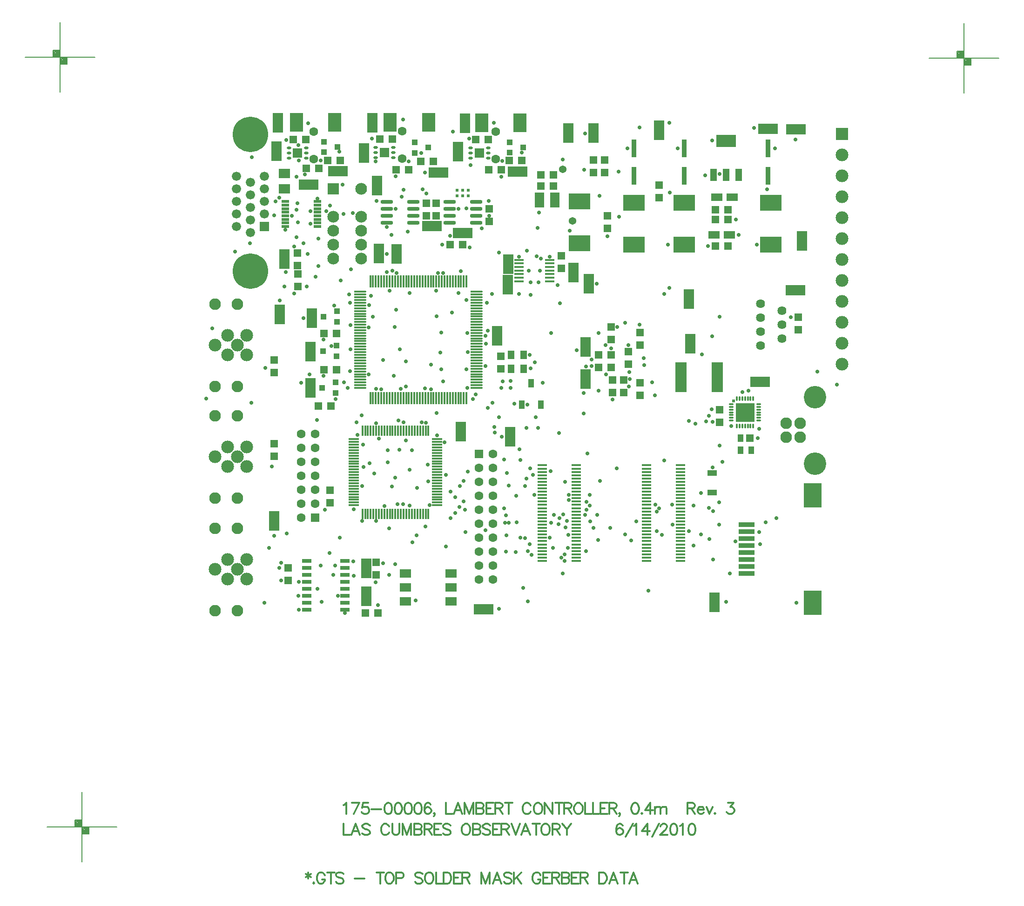
<source format=gts>
%FSLAX23Y23*%
%MOIN*%
G70*
G01*
G75*
G04 Layer_Color=8388736*
%ADD10R,0.037X0.035*%
%ADD11R,0.037X0.035*%
%ADD12R,0.050X0.050*%
%ADD13R,0.075X0.063*%
%ADD14R,0.070X0.135*%
%ADD15R,0.094X0.130*%
%ADD16O,0.028X0.018*%
%ADD17R,0.067X0.067*%
%ADD18R,0.079X0.209*%
%ADD19R,0.067X0.014*%
%ADD20R,0.050X0.015*%
%ADD21R,0.039X0.059*%
%ADD22R,0.035X0.053*%
%ADD23R,0.053X0.053*%
%ADD24O,0.087X0.024*%
%ADD25R,0.050X0.050*%
%ADD26R,0.135X0.070*%
%ADD27R,0.030X0.125*%
%ADD28R,0.078X0.048*%
%ADD29R,0.067X0.040*%
%ADD30R,0.065X0.012*%
%ADD31R,0.065X0.024*%
%ADD32R,0.063X0.106*%
%ADD33R,0.150X0.110*%
%ADD34R,0.125X0.170*%
%ADD35R,0.110X0.030*%
%ADD36O,0.083X0.012*%
%ADD37O,0.012X0.083*%
%ADD38R,0.138X0.085*%
%ADD39R,0.043X0.085*%
%ADD40R,0.043X0.085*%
%ADD41R,0.047X0.055*%
%ADD42O,0.012X0.071*%
%ADD43O,0.071X0.012*%
%ADD44R,0.075X0.059*%
%ADD45R,0.017X0.017*%
%ADD46R,0.134X0.134*%
%ADD47O,0.010X0.035*%
%ADD48O,0.035X0.010*%
%ADD49C,0.010*%
%ADD50C,0.075*%
%ADD51C,0.020*%
%ADD52C,0.040*%
%ADD53C,0.007*%
%ADD54C,0.005*%
%ADD55C,0.012*%
%ADD56C,0.008*%
%ADD57C,0.012*%
%ADD58C,0.012*%
%ADD59C,0.059*%
%ADD60C,0.080*%
%ADD61R,0.080X0.080*%
%ADD62C,0.060*%
%ADD63C,0.020*%
%ADD64R,0.059X0.059*%
%ADD65C,0.157*%
%ADD66C,0.079*%
%ADD67C,0.087*%
%ADD68R,0.087X0.087*%
%ADD69C,0.250*%
%ADD70R,0.062X0.062*%
%ADD71C,0.062*%
%ADD72C,0.030*%
%ADD73C,0.024*%
%ADD74C,0.028*%
%ADD75C,0.050*%
%ADD76C,0.051*%
G04:AMPARAMS|DCode=77|XSize=100mil|YSize=100mil|CornerRadius=0mil|HoleSize=0mil|Usage=FLASHONLY|Rotation=0.000|XOffset=0mil|YOffset=0mil|HoleType=Round|Shape=Relief|Width=10mil|Gap=10mil|Entries=4|*
%AMTHD77*
7,0,0,0.100,0.080,0.010,45*
%
%ADD77THD77*%
%ADD78C,0.044*%
%ADD79C,0.059*%
%ADD80C,0.030*%
%ADD81C,0.055*%
%ADD82C,0.111*%
%ADD83C,0.056*%
%ADD84C,0.147*%
%ADD85C,0.067*%
%ADD86C,0.140*%
%ADD87C,0.055*%
%ADD88C,0.036*%
%ADD89C,0.071*%
%ADD90C,0.130*%
%ADD91C,0.103*%
%ADD92C,0.033*%
G04:AMPARAMS|DCode=93|XSize=70mil|YSize=70mil|CornerRadius=0mil|HoleSize=0mil|Usage=FLASHONLY|Rotation=0.000|XOffset=0mil|YOffset=0mil|HoleType=Round|Shape=Relief|Width=10mil|Gap=10mil|Entries=4|*
%AMTHD93*
7,0,0,0.070,0.050,0.010,45*
%
%ADD93THD93*%
%ADD94C,0.045*%
G04:AMPARAMS|DCode=95|XSize=90mil|YSize=90mil|CornerRadius=0mil|HoleSize=0mil|Usage=FLASHONLY|Rotation=0.000|XOffset=0mil|YOffset=0mil|HoleType=Round|Shape=Relief|Width=10mil|Gap=10mil|Entries=4|*
%AMTHD95*
7,0,0,0.090,0.070,0.010,45*
%
%ADD95THD95*%
G04:AMPARAMS|DCode=96|XSize=95.433mil|YSize=95.433mil|CornerRadius=0mil|HoleSize=0mil|Usage=FLASHONLY|Rotation=0.000|XOffset=0mil|YOffset=0mil|HoleType=Round|Shape=Relief|Width=10mil|Gap=10mil|Entries=4|*
%AMTHD96*
7,0,0,0.095,0.075,0.010,45*
%
%ADD96THD96*%
G04:AMPARAMS|DCode=97|XSize=150.551mil|YSize=150.551mil|CornerRadius=0mil|HoleSize=0mil|Usage=FLASHONLY|Rotation=0.000|XOffset=0mil|YOffset=0mil|HoleType=Round|Shape=Relief|Width=10mil|Gap=10mil|Entries=4|*
%AMTHD97*
7,0,0,0.151,0.131,0.010,45*
%
%ADD97THD97*%
G04:AMPARAMS|DCode=98|XSize=96.221mil|YSize=96.221mil|CornerRadius=0mil|HoleSize=0mil|Usage=FLASHONLY|Rotation=0.000|XOffset=0mil|YOffset=0mil|HoleType=Round|Shape=Relief|Width=10mil|Gap=10mil|Entries=4|*
%AMTHD98*
7,0,0,0.096,0.076,0.010,45*
%
%ADD98THD98*%
G04:AMPARAMS|DCode=99|XSize=107.244mil|YSize=107.244mil|CornerRadius=0mil|HoleSize=0mil|Usage=FLASHONLY|Rotation=0.000|XOffset=0mil|YOffset=0mil|HoleType=Round|Shape=Relief|Width=10mil|Gap=10mil|Entries=4|*
%AMTHD99*
7,0,0,0.107,0.087,0.010,45*
%
%ADD99THD99*%
G04:AMPARAMS|DCode=100|XSize=180mil|YSize=180mil|CornerRadius=0mil|HoleSize=0mil|Usage=FLASHONLY|Rotation=0.000|XOffset=0mil|YOffset=0mil|HoleType=Round|Shape=Relief|Width=10mil|Gap=10mil|Entries=4|*
%AMTHD100*
7,0,0,0.180,0.160,0.010,45*
%
%ADD100THD100*%
G04:AMPARAMS|DCode=101|XSize=95mil|YSize=95mil|CornerRadius=0mil|HoleSize=0mil|Usage=FLASHONLY|Rotation=0.000|XOffset=0mil|YOffset=0mil|HoleType=Round|Shape=Relief|Width=10mil|Gap=10mil|Entries=4|*
%AMTHD101*
7,0,0,0.095,0.075,0.010,45*
%
%ADD101THD101*%
G04:AMPARAMS|DCode=102|XSize=75.748mil|YSize=75.748mil|CornerRadius=0mil|HoleSize=0mil|Usage=FLASHONLY|Rotation=0.000|XOffset=0mil|YOffset=0mil|HoleType=Round|Shape=Relief|Width=10mil|Gap=10mil|Entries=4|*
%AMTHD102*
7,0,0,0.076,0.056,0.010,45*
%
%ADD102THD102*%
G04:AMPARAMS|DCode=103|XSize=111.181mil|YSize=111.181mil|CornerRadius=0mil|HoleSize=0mil|Usage=FLASHONLY|Rotation=0.000|XOffset=0mil|YOffset=0mil|HoleType=Round|Shape=Relief|Width=10mil|Gap=10mil|Entries=4|*
%AMTHD103*
7,0,0,0.111,0.091,0.010,45*
%
%ADD103THD103*%
G04:AMPARAMS|DCode=104|XSize=73mil|YSize=73mil|CornerRadius=0mil|HoleSize=0mil|Usage=FLASHONLY|Rotation=0.000|XOffset=0mil|YOffset=0mil|HoleType=Round|Shape=Relief|Width=10mil|Gap=10mil|Entries=4|*
%AMTHD104*
7,0,0,0.073,0.053,0.010,45*
%
%ADD104THD104*%
G04:AMPARAMS|DCode=105|XSize=85mil|YSize=85mil|CornerRadius=0mil|HoleSize=0mil|Usage=FLASHONLY|Rotation=0.000|XOffset=0mil|YOffset=0mil|HoleType=Round|Shape=Relief|Width=10mil|Gap=10mil|Entries=4|*
%AMTHD105*
7,0,0,0.085,0.065,0.010,45*
%
%ADD105THD105*%
%ADD106O,0.091X0.028*%
%ADD107R,0.048X0.078*%
%ADD108R,0.200X0.040*%
%ADD109R,0.200X0.150*%
%ADD110R,0.106X0.150*%
%ADD111R,0.098X0.268*%
%ADD112R,0.035X0.037*%
%ADD113R,0.035X0.037*%
%ADD114C,0.010*%
%ADD115C,0.010*%
%ADD116C,0.020*%
%ADD117C,0.008*%
%ADD118C,0.024*%
%ADD119C,0.012*%
%ADD120C,0.012*%
%ADD121C,0.007*%
%ADD122R,0.280X0.130*%
%ADD123R,0.041X0.039*%
%ADD124R,0.041X0.039*%
%ADD125R,0.054X0.054*%
%ADD126R,0.079X0.067*%
%ADD127R,0.074X0.139*%
%ADD128R,0.098X0.134*%
%ADD129O,0.032X0.022*%
%ADD130R,0.071X0.071*%
%ADD131R,0.083X0.213*%
%ADD132R,0.071X0.018*%
%ADD133R,0.054X0.019*%
%ADD134R,0.043X0.063*%
%ADD135R,0.039X0.057*%
%ADD136R,0.057X0.057*%
%ADD137O,0.091X0.028*%
%ADD138R,0.054X0.054*%
%ADD139R,0.139X0.074*%
%ADD140R,0.034X0.129*%
%ADD141R,0.082X0.052*%
%ADD142R,0.071X0.044*%
%ADD143R,0.069X0.016*%
%ADD144R,0.069X0.028*%
%ADD145R,0.067X0.110*%
%ADD146R,0.154X0.114*%
%ADD147R,0.129X0.174*%
%ADD148R,0.114X0.034*%
%ADD149O,0.087X0.016*%
%ADD150O,0.016X0.087*%
%ADD151R,0.142X0.089*%
%ADD152R,0.047X0.089*%
%ADD153R,0.047X0.089*%
%ADD154R,0.051X0.059*%
%ADD155O,0.016X0.075*%
%ADD156O,0.075X0.016*%
%ADD157R,0.079X0.063*%
%ADD158R,0.021X0.021*%
%ADD159R,0.138X0.138*%
%ADD160O,0.014X0.039*%
%ADD161O,0.039X0.014*%
%ADD162C,0.063*%
%ADD163C,0.084*%
%ADD164R,0.084X0.084*%
%ADD165C,0.004*%
%ADD166C,0.064*%
%ADD167R,0.063X0.063*%
%ADD168C,0.161*%
%ADD169C,0.083*%
%ADD170R,0.004X0.004*%
%ADD171C,0.091*%
%ADD172R,0.091X0.091*%
%ADD173C,0.254*%
%ADD174R,0.066X0.066*%
%ADD175C,0.066*%
%ADD176C,0.034*%
%ADD177C,0.032*%
%ADD178C,0.054*%
D55*
X20279Y9600D02*
Y9555D01*
X20260Y9589D02*
X20298Y9566D01*
Y9589D02*
X20260Y9566D01*
X20318Y9528D02*
X20315Y9524D01*
X20318Y9520D01*
X20322Y9524D01*
X20318Y9528D01*
X20397Y9581D02*
X20393Y9589D01*
X20385Y9597D01*
X20378Y9600D01*
X20363D01*
X20355Y9597D01*
X20347Y9589D01*
X20344Y9581D01*
X20340Y9570D01*
Y9551D01*
X20344Y9540D01*
X20347Y9532D01*
X20355Y9524D01*
X20363Y9520D01*
X20378D01*
X20385Y9524D01*
X20393Y9532D01*
X20397Y9540D01*
Y9551D01*
X20378D02*
X20397D01*
X20442Y9600D02*
Y9520D01*
X20415Y9600D02*
X20468D01*
X20531Y9589D02*
X20524Y9597D01*
X20512Y9600D01*
X20497D01*
X20486Y9597D01*
X20478Y9589D01*
Y9581D01*
X20482Y9574D01*
X20486Y9570D01*
X20493Y9566D01*
X20516Y9559D01*
X20524Y9555D01*
X20527Y9551D01*
X20531Y9543D01*
Y9532D01*
X20524Y9524D01*
X20512Y9520D01*
X20497D01*
X20486Y9524D01*
X20478Y9532D01*
X20612Y9555D02*
X20681D01*
X20794Y9600D02*
Y9520D01*
X20767Y9600D02*
X20820D01*
X20853D02*
X20845Y9597D01*
X20838Y9589D01*
X20834Y9581D01*
X20830Y9570D01*
Y9551D01*
X20834Y9540D01*
X20838Y9532D01*
X20845Y9524D01*
X20853Y9520D01*
X20868D01*
X20876Y9524D01*
X20883Y9532D01*
X20887Y9540D01*
X20891Y9551D01*
Y9570D01*
X20887Y9581D01*
X20883Y9589D01*
X20876Y9597D01*
X20868Y9600D01*
X20853D01*
X20909Y9559D02*
X20944D01*
X20955Y9562D01*
X20959Y9566D01*
X20963Y9574D01*
Y9585D01*
X20959Y9593D01*
X20955Y9597D01*
X20944Y9600D01*
X20909D01*
Y9520D01*
X21097Y9589D02*
X21089Y9597D01*
X21078Y9600D01*
X21063D01*
X21051Y9597D01*
X21044Y9589D01*
Y9581D01*
X21047Y9574D01*
X21051Y9570D01*
X21059Y9566D01*
X21082Y9559D01*
X21089Y9555D01*
X21093Y9551D01*
X21097Y9543D01*
Y9532D01*
X21089Y9524D01*
X21078Y9520D01*
X21063D01*
X21051Y9524D01*
X21044Y9532D01*
X21138Y9600D02*
X21130Y9597D01*
X21122Y9589D01*
X21119Y9581D01*
X21115Y9570D01*
Y9551D01*
X21119Y9540D01*
X21122Y9532D01*
X21130Y9524D01*
X21138Y9520D01*
X21153D01*
X21160Y9524D01*
X21168Y9532D01*
X21172Y9540D01*
X21176Y9551D01*
Y9570D01*
X21172Y9581D01*
X21168Y9589D01*
X21160Y9597D01*
X21153Y9600D01*
X21138D01*
X21194D02*
Y9520D01*
X21240D01*
X21249Y9600D02*
Y9520D01*
Y9600D02*
X21276D01*
X21287Y9597D01*
X21295Y9589D01*
X21298Y9581D01*
X21302Y9570D01*
Y9551D01*
X21298Y9540D01*
X21295Y9532D01*
X21287Y9524D01*
X21276Y9520D01*
X21249D01*
X21370Y9600D02*
X21320D01*
Y9520D01*
X21370D01*
X21320Y9562D02*
X21351D01*
X21383Y9600D02*
Y9520D01*
Y9600D02*
X21417D01*
X21429Y9597D01*
X21432Y9593D01*
X21436Y9585D01*
Y9578D01*
X21432Y9570D01*
X21429Y9566D01*
X21417Y9562D01*
X21383D01*
X21410D02*
X21436Y9520D01*
X21517Y9600D02*
Y9520D01*
Y9600D02*
X21547Y9520D01*
X21578Y9600D02*
X21547Y9520D01*
X21578Y9600D02*
Y9520D01*
X21662D02*
X21631Y9600D01*
X21601Y9520D01*
X21612Y9547D02*
X21650D01*
X21734Y9589D02*
X21726Y9597D01*
X21715Y9600D01*
X21699D01*
X21688Y9597D01*
X21680Y9589D01*
Y9581D01*
X21684Y9574D01*
X21688Y9570D01*
X21696Y9566D01*
X21718Y9559D01*
X21726Y9555D01*
X21730Y9551D01*
X21734Y9543D01*
Y9532D01*
X21726Y9524D01*
X21715Y9520D01*
X21699D01*
X21688Y9524D01*
X21680Y9532D01*
X21752Y9600D02*
Y9520D01*
X21805Y9600D02*
X21752Y9547D01*
X21771Y9566D02*
X21805Y9520D01*
X21943Y9581D02*
X21939Y9589D01*
X21931Y9597D01*
X21924Y9600D01*
X21909D01*
X21901Y9597D01*
X21893Y9589D01*
X21889Y9581D01*
X21886Y9570D01*
Y9551D01*
X21889Y9540D01*
X21893Y9532D01*
X21901Y9524D01*
X21909Y9520D01*
X21924D01*
X21931Y9524D01*
X21939Y9532D01*
X21943Y9540D01*
Y9551D01*
X21924D02*
X21943D01*
X22011Y9600D02*
X21961D01*
Y9520D01*
X22011D01*
X21961Y9562D02*
X21992D01*
X22024Y9600D02*
Y9520D01*
Y9600D02*
X22058D01*
X22070Y9597D01*
X22073Y9593D01*
X22077Y9585D01*
Y9578D01*
X22073Y9570D01*
X22070Y9566D01*
X22058Y9562D01*
X22024D01*
X22051D02*
X22077Y9520D01*
X22095Y9600D02*
Y9520D01*
Y9600D02*
X22129D01*
X22141Y9597D01*
X22145Y9593D01*
X22148Y9585D01*
Y9578D01*
X22145Y9570D01*
X22141Y9566D01*
X22129Y9562D01*
X22095D02*
X22129D01*
X22141Y9559D01*
X22145Y9555D01*
X22148Y9547D01*
Y9536D01*
X22145Y9528D01*
X22141Y9524D01*
X22129Y9520D01*
X22095D01*
X22216Y9600D02*
X22166D01*
Y9520D01*
X22216D01*
X22166Y9562D02*
X22197D01*
X22229Y9600D02*
Y9520D01*
Y9600D02*
X22263D01*
X22275Y9597D01*
X22279Y9593D01*
X22283Y9585D01*
Y9578D01*
X22279Y9570D01*
X22275Y9566D01*
X22263Y9562D01*
X22229D01*
X22256D02*
X22283Y9520D01*
X22363Y9600D02*
Y9520D01*
Y9600D02*
X22390D01*
X22401Y9597D01*
X22409Y9589D01*
X22413Y9581D01*
X22417Y9570D01*
Y9551D01*
X22413Y9540D01*
X22409Y9532D01*
X22401Y9524D01*
X22390Y9520D01*
X22363D01*
X22495D02*
X22465Y9600D01*
X22434Y9520D01*
X22446Y9547D02*
X22484D01*
X22541Y9600D02*
Y9520D01*
X22514Y9600D02*
X22567D01*
X22638Y9520D02*
X22607Y9600D01*
X22577Y9520D01*
X22588Y9547D02*
X22626D01*
D56*
X24726Y15436D02*
X25226D01*
X24976Y15186D02*
Y15686D01*
X24926Y15486D02*
X24926Y15436D01*
X24926Y15486D02*
X24976Y15486D01*
X25026Y15436D02*
X25026Y15386D01*
X24976Y15386D02*
X25026Y15386D01*
X24981Y15431D02*
X25021D01*
Y15391D02*
Y15431D01*
X24981Y15391D02*
X25021D01*
X24981D02*
Y15431D01*
X24986Y15426D02*
X25016D01*
Y15396D02*
Y15426D01*
X24986Y15396D02*
X25016D01*
X24986D02*
Y15421D01*
X24991D02*
X25011D01*
X25011Y15401D01*
X24991Y15401D02*
X25011Y15401D01*
X24991Y15401D02*
Y15416D01*
X24996Y15416D02*
X25006Y15416D01*
Y15406D02*
Y15416D01*
X24996Y15406D02*
X25006D01*
X24996D02*
X24996Y15416D01*
Y15411D02*
X25006D01*
X24931Y15481D02*
X24971D01*
Y15441D02*
Y15481D01*
X24931Y15441D02*
X24971D01*
X24931D02*
Y15481D01*
X24936Y15476D02*
X24966D01*
Y15446D02*
Y15476D01*
X24936Y15446D02*
X24966D01*
X24936D02*
Y15471D01*
X24941D02*
X24961Y15471D01*
Y15451D02*
Y15471D01*
X24941Y15451D02*
X24961D01*
X24941D02*
Y15466D01*
X24946D02*
X24956D01*
X24956Y15456D02*
X24956Y15466D01*
X24946Y15456D02*
X24956Y15456D01*
X24946Y15456D02*
Y15466D01*
Y15461D02*
X24956D01*
X18250Y15444D02*
X18750D01*
X18500Y15194D02*
Y15694D01*
X18450Y15494D02*
X18450Y15444D01*
X18450Y15494D02*
X18500Y15494D01*
X18550Y15444D02*
X18550Y15394D01*
X18500Y15394D02*
X18550Y15394D01*
X18505Y15439D02*
X18545D01*
Y15399D02*
Y15439D01*
X18505Y15399D02*
X18545D01*
X18505D02*
Y15439D01*
X18510Y15434D02*
X18540D01*
Y15404D02*
Y15434D01*
X18510Y15404D02*
X18540D01*
X18510D02*
Y15429D01*
X18515D02*
X18535D01*
X18535Y15409D01*
X18515Y15409D02*
X18535Y15409D01*
X18515Y15409D02*
Y15424D01*
X18520Y15424D02*
X18530Y15424D01*
Y15414D02*
Y15424D01*
X18520Y15414D02*
X18530D01*
X18520D02*
X18520Y15424D01*
Y15419D02*
X18530D01*
X18455Y15489D02*
X18495D01*
Y15449D02*
Y15489D01*
X18455Y15449D02*
X18495D01*
X18455D02*
Y15489D01*
X18460Y15484D02*
X18490D01*
Y15454D02*
Y15484D01*
X18460Y15454D02*
X18490D01*
X18460D02*
Y15479D01*
X18465D02*
X18485Y15479D01*
Y15459D02*
Y15479D01*
X18465Y15459D02*
X18485D01*
X18465D02*
Y15474D01*
X18470D02*
X18480D01*
X18480Y15464D02*
X18480Y15474D01*
X18470Y15464D02*
X18480Y15464D01*
X18470Y15464D02*
Y15474D01*
Y15469D02*
X18480D01*
X18407Y9927D02*
X18907D01*
X18657Y9677D02*
Y10177D01*
X18607Y9977D02*
X18607Y9927D01*
X18607Y9977D02*
X18657Y9977D01*
X18707Y9927D02*
X18707Y9877D01*
X18657Y9877D02*
X18707Y9877D01*
X18662Y9922D02*
X18702D01*
Y9882D02*
Y9922D01*
X18662Y9882D02*
X18702D01*
X18662D02*
Y9922D01*
X18667Y9917D02*
X18697D01*
Y9887D02*
Y9917D01*
X18667Y9887D02*
X18697D01*
X18667D02*
Y9912D01*
X18672D02*
X18692D01*
X18692Y9892D01*
X18672Y9892D02*
X18692Y9892D01*
X18672Y9892D02*
Y9907D01*
X18677Y9907D02*
X18687Y9907D01*
Y9897D02*
Y9907D01*
X18677Y9897D02*
X18687D01*
X18677D02*
X18677Y9907D01*
Y9902D02*
X18687D01*
X18612Y9972D02*
X18652D01*
Y9932D02*
Y9972D01*
X18612Y9932D02*
X18652D01*
X18612D02*
Y9972D01*
X18617Y9967D02*
X18647D01*
Y9937D02*
Y9967D01*
X18617Y9937D02*
X18647D01*
X18617D02*
Y9962D01*
X18622D02*
X18642Y9962D01*
Y9942D02*
Y9962D01*
X18622Y9942D02*
X18642D01*
X18622D02*
Y9957D01*
X18627D02*
X18637D01*
X18637Y9947D02*
X18637Y9957D01*
X18627Y9947D02*
X18637Y9947D01*
X18627Y9947D02*
Y9957D01*
Y9952D02*
X18637D01*
D57*
X20532Y9948D02*
Y9868D01*
X20578D01*
X20648D02*
X20617Y9948D01*
X20587Y9868D01*
X20598Y9895D02*
X20636D01*
X20720Y9937D02*
X20712Y9944D01*
X20700Y9948D01*
X20685D01*
X20674Y9944D01*
X20666Y9937D01*
Y9929D01*
X20670Y9921D01*
X20674Y9918D01*
X20681Y9914D01*
X20704Y9906D01*
X20712Y9902D01*
X20716Y9899D01*
X20720Y9891D01*
Y9879D01*
X20712Y9872D01*
X20700Y9868D01*
X20685D01*
X20674Y9872D01*
X20666Y9879D01*
X20857Y9929D02*
X20854Y9937D01*
X20846Y9944D01*
X20838Y9948D01*
X20823D01*
X20816Y9944D01*
X20808Y9937D01*
X20804Y9929D01*
X20800Y9918D01*
Y9899D01*
X20804Y9887D01*
X20808Y9879D01*
X20816Y9872D01*
X20823Y9868D01*
X20838D01*
X20846Y9872D01*
X20854Y9879D01*
X20857Y9887D01*
X20880Y9948D02*
Y9891D01*
X20884Y9879D01*
X20891Y9872D01*
X20903Y9868D01*
X20910D01*
X20922Y9872D01*
X20929Y9879D01*
X20933Y9891D01*
Y9948D01*
X20955D02*
Y9868D01*
Y9948D02*
X20986Y9868D01*
X21016Y9948D02*
X20986Y9868D01*
X21016Y9948D02*
Y9868D01*
X21039Y9948D02*
Y9868D01*
Y9948D02*
X21073D01*
X21085Y9944D01*
X21089Y9940D01*
X21092Y9933D01*
Y9925D01*
X21089Y9918D01*
X21085Y9914D01*
X21073Y9910D01*
X21039D02*
X21073D01*
X21085Y9906D01*
X21089Y9902D01*
X21092Y9895D01*
Y9883D01*
X21089Y9876D01*
X21085Y9872D01*
X21073Y9868D01*
X21039D01*
X21110Y9948D02*
Y9868D01*
Y9948D02*
X21145D01*
X21156Y9944D01*
X21160Y9940D01*
X21164Y9933D01*
Y9925D01*
X21160Y9918D01*
X21156Y9914D01*
X21145Y9910D01*
X21110D01*
X21137D02*
X21164Y9868D01*
X21231Y9948D02*
X21182D01*
Y9868D01*
X21231D01*
X21182Y9910D02*
X21212D01*
X21298Y9937D02*
X21290Y9944D01*
X21279Y9948D01*
X21263D01*
X21252Y9944D01*
X21244Y9937D01*
Y9929D01*
X21248Y9921D01*
X21252Y9918D01*
X21260Y9914D01*
X21282Y9906D01*
X21290Y9902D01*
X21294Y9899D01*
X21298Y9891D01*
Y9879D01*
X21290Y9872D01*
X21279Y9868D01*
X21263D01*
X21252Y9872D01*
X21244Y9879D01*
X21401Y9948D02*
X21394Y9944D01*
X21386Y9937D01*
X21382Y9929D01*
X21378Y9918D01*
Y9899D01*
X21382Y9887D01*
X21386Y9879D01*
X21394Y9872D01*
X21401Y9868D01*
X21417D01*
X21424Y9872D01*
X21432Y9879D01*
X21436Y9887D01*
X21439Y9899D01*
Y9918D01*
X21436Y9929D01*
X21432Y9937D01*
X21424Y9944D01*
X21417Y9948D01*
X21401D01*
X21458D02*
Y9868D01*
Y9948D02*
X21492D01*
X21504Y9944D01*
X21508Y9940D01*
X21511Y9933D01*
Y9925D01*
X21508Y9918D01*
X21504Y9914D01*
X21492Y9910D01*
X21458D02*
X21492D01*
X21504Y9906D01*
X21508Y9902D01*
X21511Y9895D01*
Y9883D01*
X21508Y9876D01*
X21504Y9872D01*
X21492Y9868D01*
X21458D01*
X21583Y9937D02*
X21575Y9944D01*
X21564Y9948D01*
X21548D01*
X21537Y9944D01*
X21529Y9937D01*
Y9929D01*
X21533Y9921D01*
X21537Y9918D01*
X21544Y9914D01*
X21567Y9906D01*
X21575Y9902D01*
X21579Y9899D01*
X21583Y9891D01*
Y9879D01*
X21575Y9872D01*
X21564Y9868D01*
X21548D01*
X21537Y9872D01*
X21529Y9879D01*
X21650Y9948D02*
X21600D01*
Y9868D01*
X21650D01*
X21600Y9910D02*
X21631D01*
X21663Y9948D02*
Y9868D01*
Y9948D02*
X21698D01*
X21709Y9944D01*
X21713Y9940D01*
X21717Y9933D01*
Y9925D01*
X21713Y9918D01*
X21709Y9914D01*
X21698Y9910D01*
X21663D01*
X21690D02*
X21717Y9868D01*
X21735Y9948D02*
X21765Y9868D01*
X21795Y9948D02*
X21765Y9868D01*
X21867D02*
X21836Y9948D01*
X21806Y9868D01*
X21817Y9895D02*
X21855D01*
X21912Y9948D02*
Y9868D01*
X21885Y9948D02*
X21939D01*
X21971D02*
X21963Y9944D01*
X21956Y9937D01*
X21952Y9929D01*
X21948Y9918D01*
Y9899D01*
X21952Y9887D01*
X21956Y9879D01*
X21963Y9872D01*
X21971Y9868D01*
X21986D01*
X21994Y9872D01*
X22002Y9879D01*
X22005Y9887D01*
X22009Y9899D01*
Y9918D01*
X22005Y9929D01*
X22002Y9937D01*
X21994Y9944D01*
X21986Y9948D01*
X21971D01*
X22028D02*
Y9868D01*
Y9948D02*
X22062D01*
X22074Y9944D01*
X22077Y9940D01*
X22081Y9933D01*
Y9925D01*
X22077Y9918D01*
X22074Y9914D01*
X22062Y9910D01*
X22028D01*
X22054D02*
X22081Y9868D01*
X22099Y9948D02*
X22130Y9910D01*
Y9868D01*
X22160Y9948D02*
X22130Y9910D01*
X22530Y9937D02*
X22526Y9944D01*
X22515Y9948D01*
X22507D01*
X22496Y9944D01*
X22488Y9933D01*
X22484Y9914D01*
Y9895D01*
X22488Y9879D01*
X22496Y9872D01*
X22507Y9868D01*
X22511D01*
X22523Y9872D01*
X22530Y9879D01*
X22534Y9891D01*
Y9895D01*
X22530Y9906D01*
X22523Y9914D01*
X22511Y9918D01*
X22507D01*
X22496Y9914D01*
X22488Y9906D01*
X22484Y9895D01*
X22552Y9857D02*
X22605Y9948D01*
X22610Y9933D02*
X22618Y9937D01*
X22629Y9948D01*
Y9868D01*
X22707Y9948D02*
X22669Y9895D01*
X22726D01*
X22707Y9948D02*
Y9868D01*
X22740Y9857D02*
X22793Y9948D01*
X22803Y9929D02*
Y9933D01*
X22806Y9940D01*
X22810Y9944D01*
X22818Y9948D01*
X22833D01*
X22841Y9944D01*
X22844Y9940D01*
X22848Y9933D01*
Y9925D01*
X22844Y9918D01*
X22837Y9906D01*
X22799Y9868D01*
X22852D01*
X22893Y9948D02*
X22881Y9944D01*
X22874Y9933D01*
X22870Y9914D01*
Y9902D01*
X22874Y9883D01*
X22881Y9872D01*
X22893Y9868D01*
X22900D01*
X22912Y9872D01*
X22919Y9883D01*
X22923Y9902D01*
Y9914D01*
X22919Y9933D01*
X22912Y9944D01*
X22900Y9948D01*
X22893D01*
X22941Y9933D02*
X22949Y9937D01*
X22960Y9948D01*
Y9868D01*
X23023Y9948D02*
X23011Y9944D01*
X23004Y9933D01*
X23000Y9914D01*
Y9902D01*
X23004Y9883D01*
X23011Y9872D01*
X23023Y9868D01*
X23030D01*
X23042Y9872D01*
X23049Y9883D01*
X23053Y9902D01*
Y9914D01*
X23049Y9933D01*
X23042Y9944D01*
X23030Y9948D01*
X23023D01*
D58*
X20532Y10083D02*
X20540Y10087D01*
X20551Y10098D01*
Y10018D01*
X20644Y10098D02*
X20606Y10018D01*
X20591Y10098D02*
X20644D01*
X20708D02*
X20670D01*
X20666Y10064D01*
X20670Y10068D01*
X20681Y10071D01*
X20692D01*
X20704Y10068D01*
X20712Y10060D01*
X20715Y10049D01*
Y10041D01*
X20712Y10029D01*
X20704Y10022D01*
X20692Y10018D01*
X20681D01*
X20670Y10022D01*
X20666Y10026D01*
X20662Y10033D01*
X20733Y10052D02*
X20802D01*
X20848Y10098D02*
X20837Y10094D01*
X20829Y10083D01*
X20825Y10064D01*
Y10052D01*
X20829Y10033D01*
X20837Y10022D01*
X20848Y10018D01*
X20856D01*
X20867Y10022D01*
X20875Y10033D01*
X20879Y10052D01*
Y10064D01*
X20875Y10083D01*
X20867Y10094D01*
X20856Y10098D01*
X20848D01*
X20919D02*
X20908Y10094D01*
X20900Y10083D01*
X20897Y10064D01*
Y10052D01*
X20900Y10033D01*
X20908Y10022D01*
X20919Y10018D01*
X20927D01*
X20939Y10022D01*
X20946Y10033D01*
X20950Y10052D01*
Y10064D01*
X20946Y10083D01*
X20939Y10094D01*
X20927Y10098D01*
X20919D01*
X20991D02*
X20979Y10094D01*
X20972Y10083D01*
X20968Y10064D01*
Y10052D01*
X20972Y10033D01*
X20979Y10022D01*
X20991Y10018D01*
X20998D01*
X21010Y10022D01*
X21017Y10033D01*
X21021Y10052D01*
Y10064D01*
X21017Y10083D01*
X21010Y10094D01*
X20998Y10098D01*
X20991D01*
X21062D02*
X21050Y10094D01*
X21043Y10083D01*
X21039Y10064D01*
Y10052D01*
X21043Y10033D01*
X21050Y10022D01*
X21062Y10018D01*
X21070D01*
X21081Y10022D01*
X21089Y10033D01*
X21092Y10052D01*
Y10064D01*
X21089Y10083D01*
X21081Y10094D01*
X21070Y10098D01*
X21062D01*
X21156Y10087D02*
X21152Y10094D01*
X21141Y10098D01*
X21133D01*
X21122Y10094D01*
X21114Y10083D01*
X21110Y10064D01*
Y10045D01*
X21114Y10029D01*
X21122Y10022D01*
X21133Y10018D01*
X21137D01*
X21148Y10022D01*
X21156Y10029D01*
X21160Y10041D01*
Y10045D01*
X21156Y10056D01*
X21148Y10064D01*
X21137Y10068D01*
X21133D01*
X21122Y10064D01*
X21114Y10056D01*
X21110Y10045D01*
X21185Y10022D02*
X21181Y10018D01*
X21177Y10022D01*
X21181Y10026D01*
X21185Y10022D01*
Y10014D01*
X21181Y10007D01*
X21177Y10003D01*
X21265Y10098D02*
Y10018D01*
X21311D01*
X21381D02*
X21350Y10098D01*
X21320Y10018D01*
X21331Y10045D02*
X21369D01*
X21399Y10098D02*
Y10018D01*
Y10098D02*
X21430Y10018D01*
X21460Y10098D02*
X21430Y10018D01*
X21460Y10098D02*
Y10018D01*
X21483Y10098D02*
Y10018D01*
Y10098D02*
X21517D01*
X21529Y10094D01*
X21533Y10090D01*
X21536Y10083D01*
Y10075D01*
X21533Y10068D01*
X21529Y10064D01*
X21517Y10060D01*
X21483D02*
X21517D01*
X21529Y10056D01*
X21533Y10052D01*
X21536Y10045D01*
Y10033D01*
X21533Y10026D01*
X21529Y10022D01*
X21517Y10018D01*
X21483D01*
X21604Y10098D02*
X21554D01*
Y10018D01*
X21604D01*
X21554Y10060D02*
X21585D01*
X21617Y10098D02*
Y10018D01*
Y10098D02*
X21652D01*
X21663Y10094D01*
X21667Y10090D01*
X21671Y10083D01*
Y10075D01*
X21667Y10068D01*
X21663Y10064D01*
X21652Y10060D01*
X21617D01*
X21644D02*
X21671Y10018D01*
X21715Y10098D02*
Y10018D01*
X21688Y10098D02*
X21742D01*
X21871Y10079D02*
X21867Y10087D01*
X21860Y10094D01*
X21852Y10098D01*
X21837D01*
X21829Y10094D01*
X21822Y10087D01*
X21818Y10079D01*
X21814Y10068D01*
Y10049D01*
X21818Y10037D01*
X21822Y10029D01*
X21829Y10022D01*
X21837Y10018D01*
X21852D01*
X21860Y10022D01*
X21867Y10029D01*
X21871Y10037D01*
X21917Y10098D02*
X21909Y10094D01*
X21901Y10087D01*
X21898Y10079D01*
X21894Y10068D01*
Y10049D01*
X21898Y10037D01*
X21901Y10029D01*
X21909Y10022D01*
X21917Y10018D01*
X21932D01*
X21939Y10022D01*
X21947Y10029D01*
X21951Y10037D01*
X21955Y10049D01*
Y10068D01*
X21951Y10079D01*
X21947Y10087D01*
X21939Y10094D01*
X21932Y10098D01*
X21917D01*
X21973D02*
Y10018D01*
Y10098D02*
X22027Y10018D01*
Y10098D02*
Y10018D01*
X22075Y10098D02*
Y10018D01*
X22049Y10098D02*
X22102D01*
X22112D02*
Y10018D01*
Y10098D02*
X22146D01*
X22157Y10094D01*
X22161Y10090D01*
X22165Y10083D01*
Y10075D01*
X22161Y10068D01*
X22157Y10064D01*
X22146Y10060D01*
X22112D01*
X22138D02*
X22165Y10018D01*
X22206Y10098D02*
X22198Y10094D01*
X22190Y10087D01*
X22187Y10079D01*
X22183Y10068D01*
Y10049D01*
X22187Y10037D01*
X22190Y10029D01*
X22198Y10022D01*
X22206Y10018D01*
X22221D01*
X22229Y10022D01*
X22236Y10029D01*
X22240Y10037D01*
X22244Y10049D01*
Y10068D01*
X22240Y10079D01*
X22236Y10087D01*
X22229Y10094D01*
X22221Y10098D01*
X22206D01*
X22262D02*
Y10018D01*
X22308D01*
X22317Y10098D02*
Y10018D01*
X22363D01*
X22421Y10098D02*
X22371D01*
Y10018D01*
X22421D01*
X22371Y10060D02*
X22402D01*
X22434Y10098D02*
Y10018D01*
Y10098D02*
X22468D01*
X22480Y10094D01*
X22484Y10090D01*
X22488Y10083D01*
Y10075D01*
X22484Y10068D01*
X22480Y10064D01*
X22468Y10060D01*
X22434D01*
X22461D02*
X22488Y10018D01*
X22513Y10022D02*
X22509Y10018D01*
X22505Y10022D01*
X22509Y10026D01*
X22513Y10022D01*
Y10014D01*
X22509Y10007D01*
X22505Y10003D01*
X22616Y10098D02*
X22605Y10094D01*
X22597Y10083D01*
X22593Y10064D01*
Y10052D01*
X22597Y10033D01*
X22605Y10022D01*
X22616Y10018D01*
X22624D01*
X22635Y10022D01*
X22643Y10033D01*
X22647Y10052D01*
Y10064D01*
X22643Y10083D01*
X22635Y10094D01*
X22624Y10098D01*
X22616D01*
X22668Y10026D02*
X22665Y10022D01*
X22668Y10018D01*
X22672Y10022D01*
X22668Y10026D01*
X22728Y10098D02*
X22690Y10045D01*
X22747D01*
X22728Y10098D02*
Y10018D01*
X22761Y10071D02*
Y10018D01*
Y10056D02*
X22772Y10068D01*
X22780Y10071D01*
X22791D01*
X22799Y10068D01*
X22803Y10056D01*
Y10018D01*
Y10056D02*
X22814Y10068D01*
X22822Y10071D01*
X22833D01*
X22841Y10068D01*
X22845Y10056D01*
Y10018D01*
X22996Y10098D02*
Y10018D01*
Y10098D02*
X23030D01*
X23041Y10094D01*
X23045Y10090D01*
X23049Y10083D01*
Y10075D01*
X23045Y10068D01*
X23041Y10064D01*
X23030Y10060D01*
X22996D01*
X23022D02*
X23049Y10018D01*
X23067Y10049D02*
X23113D01*
Y10056D01*
X23109Y10064D01*
X23105Y10068D01*
X23097Y10071D01*
X23086D01*
X23078Y10068D01*
X23071Y10060D01*
X23067Y10049D01*
Y10041D01*
X23071Y10029D01*
X23078Y10022D01*
X23086Y10018D01*
X23097D01*
X23105Y10022D01*
X23113Y10029D01*
X23130Y10071D02*
X23153Y10018D01*
X23175Y10071D02*
X23153Y10018D01*
X23192Y10026D02*
X23188Y10022D01*
X23192Y10018D01*
X23196Y10022D01*
X23192Y10026D01*
X23284Y10098D02*
X23326D01*
X23303Y10068D01*
X23314D01*
X23322Y10064D01*
X23326Y10060D01*
X23330Y10049D01*
Y10041D01*
X23326Y10029D01*
X23318Y10022D01*
X23307Y10018D01*
X23295D01*
X23284Y10022D01*
X23280Y10026D01*
X23276Y10033D01*
D73*
X21425Y14490D02*
D03*
X21386D02*
D03*
X21346D02*
D03*
Y14451D02*
D03*
X21386D02*
D03*
X21425D02*
D03*
D74*
X20195Y14586D02*
D03*
X20963Y14493D02*
D03*
X21115Y14617D02*
D03*
X21314Y14910D02*
D03*
X21663Y14585D02*
D03*
X21668Y14701D02*
D03*
X21432Y14861D02*
D03*
X21609Y14973D02*
D03*
X21807Y14758D02*
D03*
X21097Y14496D02*
D03*
X21443Y14669D02*
D03*
X20959Y14996D02*
D03*
X20997Y14696D02*
D03*
X21088Y14757D02*
D03*
X20763Y14695D02*
D03*
X20876Y14168D02*
D03*
X20906Y14591D02*
D03*
X20734Y14860D02*
D03*
X20368Y14702D02*
D03*
X20502Y14765D02*
D03*
X20254Y14603D02*
D03*
X20211Y14702D02*
D03*
X20207Y14812D02*
D03*
X20278Y14969D02*
D03*
X20120Y14851D02*
D03*
X19876Y14725D02*
D03*
X22761Y13021D02*
D03*
X23514Y11953D02*
D03*
X23554Y12109D02*
D03*
X20044Y14411D02*
D03*
X20912Y13897D02*
D03*
X22577Y13186D02*
D03*
X20526Y14528D02*
D03*
X20841Y14034D02*
D03*
X20840Y13902D02*
D03*
X20597Y14326D02*
D03*
X20162Y14306D02*
D03*
X20586Y13923D02*
D03*
X20332Y13870D02*
D03*
X20295Y14339D02*
D03*
X20351Y14143D02*
D03*
X20196Y14152D02*
D03*
X20202Y14397D02*
D03*
X20351Y13947D02*
D03*
X20531Y14321D02*
D03*
X20513Y13844D02*
D03*
X20114Y14206D02*
D03*
X20073Y14437D02*
D03*
X20344Y14430D02*
D03*
X20294Y14248D02*
D03*
X20194Y14348D02*
D03*
X20034Y14308D02*
D03*
X20204Y14258D02*
D03*
X20407Y14338D02*
D03*
X20434Y14378D02*
D03*
X20275Y14034D02*
D03*
X21958Y13111D02*
D03*
X20229D02*
D03*
X22032Y11925D02*
D03*
X21765Y11896D02*
D03*
X21847Y12954D02*
D03*
X21925Y12785D02*
D03*
X21755Y12958D02*
D03*
X21790Y12632D02*
D03*
X21665Y12723D02*
D03*
X21566Y13484D02*
D03*
X21614Y12753D02*
D03*
X21611Y12793D02*
D03*
X21728Y13073D02*
D03*
X21727Y13123D02*
D03*
X21670Y13120D02*
D03*
X21244D02*
D03*
X21663Y13073D02*
D03*
X21418D02*
D03*
X20535Y13112D02*
D03*
X21457Y12994D02*
D03*
X20563Y13073D02*
D03*
X21478Y13025D02*
D03*
X21868Y12497D02*
D03*
X21889Y12448D02*
D03*
X21841Y12785D02*
D03*
X21908Y12863D02*
D03*
X21645D02*
D03*
X21872Y13828D02*
D03*
X21208Y13897D02*
D03*
X21245Y13895D02*
D03*
X20458Y11733D02*
D03*
X20431Y11888D02*
D03*
X20086Y11693D02*
D03*
X20472Y11800D02*
D03*
X20369D02*
D03*
X20346Y11633D02*
D03*
X20287Y13168D02*
D03*
X20209Y11582D02*
D03*
X19964Y11533D02*
D03*
X20491Y11583D02*
D03*
X20542Y11458D02*
D03*
X20210Y11483D02*
D03*
X22685Y13236D02*
D03*
X19593Y13498D02*
D03*
X20084Y11819D02*
D03*
X22115Y11833D02*
D03*
X19997Y11926D02*
D03*
X22092Y11855D02*
D03*
X21266Y12449D02*
D03*
Y11936D02*
D03*
X20126Y12030D02*
D03*
X21879Y11877D02*
D03*
X22114Y11879D02*
D03*
X22268Y11904D02*
D03*
X22103Y11743D02*
D03*
X22139Y11925D02*
D03*
X23389Y13042D02*
D03*
X23338Y11973D02*
D03*
X20506Y12000D02*
D03*
X21696Y11899D02*
D03*
X21697Y12016D02*
D03*
X22143Y12021D02*
D03*
X22410Y13169D02*
D03*
X22320Y12069D02*
D03*
X21054Y12017D02*
D03*
X22121Y12074D02*
D03*
X22297Y12115D02*
D03*
X23633Y12139D02*
D03*
X22073Y12097D02*
D03*
X21404Y12040D02*
D03*
X21403Y12199D02*
D03*
X21548Y12052D02*
D03*
X22133Y12121D02*
D03*
X21715Y12374D02*
D03*
Y12107D02*
D03*
X22263Y12164D02*
D03*
X21681Y12558D02*
D03*
X21682Y12209D02*
D03*
X21119Y12080D02*
D03*
X22078Y12140D02*
D03*
X21331Y12289D02*
D03*
X21330Y12175D02*
D03*
X21364Y12369D02*
D03*
X21363Y12219D02*
D03*
X22273Y12257D02*
D03*
X21392Y12407D02*
D03*
Y12259D02*
D03*
X22146Y12270D02*
D03*
X22082Y13680D02*
D03*
X22117Y12399D02*
D03*
X23039Y11943D02*
D03*
Y12229D02*
D03*
X23220Y12092D02*
D03*
Y12254D02*
D03*
X22764Y12235D02*
D03*
X23150Y11991D02*
D03*
X23148Y12212D02*
D03*
X22793Y12211D02*
D03*
X23006Y12047D02*
D03*
X22775Y12185D02*
D03*
X22547Y13540D02*
D03*
Y12022D02*
D03*
X23178Y11844D02*
D03*
X23179Y12188D02*
D03*
X22884Y12235D02*
D03*
X22888Y12093D02*
D03*
X23093Y12319D02*
D03*
Y12022D02*
D03*
X21841Y12422D02*
D03*
X20977Y12696D02*
D03*
X20930Y12628D02*
D03*
X20672Y12665D02*
D03*
X20848Y12538D02*
D03*
X20719Y12533D02*
D03*
X20675Y12506D02*
D03*
X20751Y12460D02*
D03*
X20665Y12370D02*
D03*
X20879Y12365D02*
D03*
X20825Y12226D02*
D03*
X21058Y12355D02*
D03*
X21149Y12232D02*
D03*
X21004Y12485D02*
D03*
X21136Y12524D02*
D03*
X20924Y12839D02*
D03*
X20936Y13349D02*
D03*
X21872Y13212D02*
D03*
X21864Y13311D02*
D03*
X22627Y12116D02*
D03*
X22592Y11979D02*
D03*
X22442Y12071D02*
D03*
X22356Y11984D02*
D03*
X22369Y12405D02*
D03*
X22348Y12164D02*
D03*
X22296Y12305D02*
D03*
X22039Y12164D02*
D03*
X22106Y12165D02*
D03*
X22145Y12305D02*
D03*
X21237Y14099D02*
D03*
X22448Y13357D02*
D03*
X22309Y13275D02*
D03*
X22580Y13135D02*
D03*
X22268Y13227D02*
D03*
X22359Y13053D02*
D03*
X22457Y12989D02*
D03*
X20578Y13193D02*
D03*
X20581Y13348D02*
D03*
X20583Y13524D02*
D03*
X20578Y13683D02*
D03*
X20880Y13913D02*
D03*
X21372Y13908D02*
D03*
X21558Y13683D02*
D03*
X21547Y13445D02*
D03*
X21551Y13388D02*
D03*
X21549Y13230D02*
D03*
X21565Y12928D02*
D03*
X21114Y13070D02*
D03*
X20940Y13066D02*
D03*
X20764D02*
D03*
X20898Y13508D02*
D03*
X20909Y13633D02*
D03*
X20727Y13732D02*
D03*
X21199Y13586D02*
D03*
X21307Y13613D02*
D03*
X21231Y13469D02*
D03*
X21226Y13326D02*
D03*
X21232Y13207D02*
D03*
X21157Y13240D02*
D03*
X20978Y13263D02*
D03*
X20891Y13160D02*
D03*
X20814Y13272D02*
D03*
X20803Y13063D02*
D03*
X20710Y13171D02*
D03*
X20713Y13507D02*
D03*
X20714Y13666D02*
D03*
X20860Y13771D02*
D03*
X21194Y13769D02*
D03*
X21354Y13754D02*
D03*
X21411Y13702D02*
D03*
X21419Y13467D02*
D03*
X21422Y13329D02*
D03*
X21413Y13207D02*
D03*
X21158Y13062D02*
D03*
X20978Y13082D02*
D03*
X21296Y14162D02*
D03*
X20991Y14192D02*
D03*
X21571Y14412D02*
D03*
X21521Y14217D02*
D03*
X21356Y14357D02*
D03*
X20841Y14227D02*
D03*
X23470Y14936D02*
D03*
X23620Y14791D02*
D03*
X23565Y14496D02*
D03*
X23490Y14101D02*
D03*
X23360Y14171D02*
D03*
X23340Y14281D02*
D03*
X23120Y14596D02*
D03*
X22505Y14301D02*
D03*
X23170Y14846D02*
D03*
X23225Y14606D02*
D03*
X23140Y14091D02*
D03*
X22855Y14101D02*
D03*
X22925Y14791D02*
D03*
X22565D02*
D03*
X22256Y14636D02*
D03*
X22420Y14159D02*
D03*
X22365Y14450D02*
D03*
X22502Y14624D02*
D03*
X22260Y14895D02*
D03*
X22150Y14201D02*
D03*
X21930Y14331D02*
D03*
X21920Y14221D02*
D03*
X22100Y14711D02*
D03*
X20600Y11831D02*
D03*
X20213Y11682D02*
D03*
X20777Y11515D02*
D03*
X20763Y11681D02*
D03*
X23734Y13578D02*
D03*
X21696Y12160D02*
D03*
X21702Y12464D02*
D03*
X21298Y12139D02*
D03*
Y12331D02*
D03*
X21770Y12108D02*
D03*
X21769Y12301D02*
D03*
X21687Y12107D02*
D03*
X21798Y11998D02*
D03*
X21026Y11967D02*
D03*
X22017Y12107D02*
D03*
X22016Y12476D02*
D03*
X21420Y12472D02*
D03*
X21833Y11996D02*
D03*
X21832Y12369D02*
D03*
X22009Y11998D02*
D03*
X23430Y13054D02*
D03*
X21865Y11952D02*
D03*
X21819Y11640D02*
D03*
X21852Y11903D02*
D03*
Y11542D02*
D03*
X20900Y11810D02*
D03*
X20902Y12429D02*
D03*
X20859Y11734D02*
D03*
Y12065D02*
D03*
X21897Y12305D02*
D03*
X21844Y14057D02*
D03*
X22017Y13466D02*
D03*
X22359D02*
D03*
X22278Y12603D02*
D03*
X23774Y11533D02*
D03*
X23270Y11540D02*
D03*
X23509Y12038D02*
D03*
X23299Y11743D02*
D03*
X23169Y12918D02*
D03*
X23499Y12713D02*
D03*
X23507Y12781D02*
D03*
X23309Y12798D02*
D03*
X23174Y12828D02*
D03*
X23149Y12873D02*
D03*
X23244Y12543D02*
D03*
X23129Y12833D02*
D03*
X23224Y12658D02*
D03*
X21644Y11488D02*
D03*
X20374Y11538D02*
D03*
X22714Y11618D02*
D03*
X20019Y12508D02*
D03*
X20034Y12013D02*
D03*
X20399Y12198D02*
D03*
X20389Y13158D02*
D03*
X20474Y12993D02*
D03*
X20444Y13373D02*
D03*
X20389Y13418D02*
D03*
X20464Y13663D02*
D03*
X20074Y13698D02*
D03*
X20109Y13798D02*
D03*
X20179Y13748D02*
D03*
X20119Y13903D02*
D03*
X19754Y14048D02*
D03*
X20269Y13798D02*
D03*
X21004Y13753D02*
D03*
X20949Y14443D02*
D03*
X21644Y14043D02*
D03*
X23174Y12503D02*
D03*
X21254Y12683D02*
D03*
X20764Y12818D02*
D03*
X21139Y12403D02*
D03*
X21004Y12228D02*
D03*
X20919Y12238D02*
D03*
X20664Y12118D02*
D03*
X23099Y13313D02*
D03*
X22682Y13286D02*
D03*
X22574Y13083D02*
D03*
X22409Y13378D02*
D03*
X22074Y12749D02*
D03*
X22344Y13818D02*
D03*
X21929Y13828D02*
D03*
X21939Y13913D02*
D03*
X21859Y13913D02*
D03*
X21789Y14013D02*
D03*
X23769Y14853D02*
D03*
X21200Y12733D02*
D03*
X21199Y12893D02*
D03*
X23005Y12835D02*
D03*
X23170Y13444D02*
D03*
X21120Y12824D02*
D03*
X23051Y12815D02*
D03*
X23226Y13583D02*
D03*
X20958Y12241D02*
D03*
X21090Y12826D02*
D03*
X20963D02*
D03*
X20663Y12877D02*
D03*
X20785Y12711D02*
D03*
X20632Y12737D02*
D03*
X20767Y14413D02*
D03*
X20625Y12825D02*
D03*
X20572Y13742D02*
D03*
X22252Y12890D02*
D03*
Y13036D02*
D03*
X20343Y12842D02*
D03*
X20605Y12204D02*
D03*
Y11726D02*
D03*
X20765Y12118D02*
D03*
X20816Y11817D02*
D03*
X21599Y12966D02*
D03*
X19872D02*
D03*
X24065Y13095D02*
D03*
X23924Y13188D02*
D03*
X21902Y13255D02*
D03*
X19973Y13215D02*
D03*
X22307Y13229D02*
D03*
X22866Y13790D02*
D03*
X22740Y13112D02*
D03*
X22573Y13380D02*
D03*
X22200Y13342D02*
D03*
X20740Y13583D02*
D03*
X22491Y13508D02*
D03*
X22653Y13527D02*
D03*
Y14938D02*
D03*
X22866Y14974D02*
D03*
X21436Y14079D02*
D03*
X21411Y14360D02*
D03*
X21575Y14306D02*
D03*
X20904Y14356D02*
D03*
X21124Y14465D02*
D03*
X19547Y12995D02*
D03*
X19861Y14110D02*
D03*
X20245D02*
D03*
X20244Y13572D02*
D03*
X22867Y14474D02*
D03*
X22828Y12554D02*
D03*
X22488Y12495D02*
D03*
X21799Y12555D02*
D03*
X21789Y13746D02*
D03*
X22829D02*
D03*
X21872Y13739D02*
D03*
X21595Y13746D02*
D03*
X20178Y14085D02*
D03*
X21914Y14017D02*
D03*
X22066Y13811D02*
D03*
X21944Y13999D02*
D03*
X21047Y11548D02*
D03*
X22776Y12046D02*
D03*
X22812Y12021D02*
D03*
X21021Y12626D02*
D03*
X20847Y12627D02*
D03*
X22272Y12201D02*
D03*
X22294Y12228D02*
D03*
X20070Y11783D02*
D03*
X22007Y14012D02*
D03*
D123*
X21819Y14796D02*
D03*
X21720Y14833D02*
D03*
X20488Y14800D02*
D03*
X20390Y14837D02*
D03*
X20387Y13584D02*
D03*
X20485Y13547D02*
D03*
X21139Y14795D02*
D03*
X21040Y14832D02*
D03*
X20385Y13337D02*
D03*
X20483Y13300D02*
D03*
X20377Y13074D02*
D03*
X20475Y13037D02*
D03*
D124*
X21720Y14759D02*
D03*
X20390Y14763D02*
D03*
X20485Y13622D02*
D03*
X21040Y14757D02*
D03*
X20483Y13375D02*
D03*
X20475Y13112D02*
D03*
D125*
X20264Y14646D02*
D03*
X20354D02*
D03*
X21478Y14853D02*
D03*
X21568D02*
D03*
X21661Y14635D02*
D03*
X21571D02*
D03*
X20997Y14637D02*
D03*
X20907D02*
D03*
X20793Y14856D02*
D03*
X20883D02*
D03*
X20171Y14853D02*
D03*
X20261D02*
D03*
X21084Y14696D02*
D03*
X21174D02*
D03*
X20351Y12944D02*
D03*
X20441D02*
D03*
X20391Y13204D02*
D03*
X20481D02*
D03*
X20391Y13464D02*
D03*
X20481D02*
D03*
X23285Y14091D02*
D03*
X23195D02*
D03*
Y14351D02*
D03*
X23285D02*
D03*
X23195Y14281D02*
D03*
X23285D02*
D03*
X22035Y14521D02*
D03*
X21945D02*
D03*
X22035Y14601D02*
D03*
X21945D02*
D03*
X20689Y11458D02*
D03*
X20779D02*
D03*
X20418Y14702D02*
D03*
X20508D02*
D03*
X21717D02*
D03*
X21807D02*
D03*
X21384Y14098D02*
D03*
X21294D02*
D03*
D126*
X20107Y14608D02*
D03*
Y14498D02*
D03*
D127*
X20053Y14768D02*
D03*
X21726Y12723D02*
D03*
X21630Y13447D02*
D03*
X20296Y13074D02*
D03*
X20306Y13574D02*
D03*
X20296Y13334D02*
D03*
X22178Y13900D02*
D03*
X20786Y14036D02*
D03*
X20911Y14034D02*
D03*
X20035Y12119D02*
D03*
X22289Y13820D02*
D03*
X23187Y11537D02*
D03*
X23004Y13709D02*
D03*
X23015Y13388D02*
D03*
X20694Y11778D02*
D03*
X22140Y14901D02*
D03*
X22320D02*
D03*
X20694Y11578D02*
D03*
X22264Y13136D02*
D03*
Y13366D02*
D03*
X20061Y14973D02*
D03*
X20739Y14972D02*
D03*
X21400Y14969D02*
D03*
X21352Y14765D02*
D03*
X20107Y13995D02*
D03*
X21708Y13814D02*
D03*
X21710Y13960D02*
D03*
X21371Y12759D02*
D03*
X20679Y14757D02*
D03*
X20772Y14522D02*
D03*
X22790Y14921D02*
D03*
X23815Y14126D02*
D03*
X20075Y13601D02*
D03*
D128*
X21523Y14973D02*
D03*
X21796D02*
D03*
X20866Y14976D02*
D03*
X21140D02*
D03*
X20469Y14977D02*
D03*
X20196D02*
D03*
D129*
X20140Y14794D02*
D03*
Y14757D02*
D03*
Y14719D02*
D03*
X20266D02*
D03*
Y14757D02*
D03*
Y14794D02*
D03*
X20763Y14797D02*
D03*
Y14759D02*
D03*
Y14722D02*
D03*
X20889D02*
D03*
Y14759D02*
D03*
Y14797D02*
D03*
X21443Y14794D02*
D03*
Y14757D02*
D03*
Y14719D02*
D03*
X21569D02*
D03*
Y14757D02*
D03*
Y14794D02*
D03*
D130*
X20203Y14757D02*
D03*
X20826Y14759D02*
D03*
X21506Y14757D02*
D03*
D131*
X22947Y13151D02*
D03*
X23207D02*
D03*
D132*
X21954Y12518D02*
D03*
Y12494D02*
D03*
Y12471D02*
D03*
Y12447D02*
D03*
Y12423D02*
D03*
Y12400D02*
D03*
Y12376D02*
D03*
Y12353D02*
D03*
Y12329D02*
D03*
Y12305D02*
D03*
Y12282D02*
D03*
Y12258D02*
D03*
Y12235D02*
D03*
Y12211D02*
D03*
Y12187D02*
D03*
Y12164D02*
D03*
Y12140D02*
D03*
Y12116D02*
D03*
Y12093D02*
D03*
Y12069D02*
D03*
Y12046D02*
D03*
Y12022D02*
D03*
Y11998D02*
D03*
Y11975D02*
D03*
Y11951D02*
D03*
Y11927D02*
D03*
Y11904D02*
D03*
Y11880D02*
D03*
Y11857D02*
D03*
Y11833D02*
D03*
X22198D02*
D03*
Y11857D02*
D03*
Y11880D02*
D03*
Y11904D02*
D03*
Y11927D02*
D03*
Y11951D02*
D03*
Y11975D02*
D03*
Y11998D02*
D03*
Y12022D02*
D03*
Y12046D02*
D03*
Y12069D02*
D03*
Y12093D02*
D03*
Y12116D02*
D03*
Y12140D02*
D03*
Y12164D02*
D03*
Y12187D02*
D03*
Y12211D02*
D03*
Y12235D02*
D03*
Y12258D02*
D03*
Y12282D02*
D03*
Y12305D02*
D03*
Y12329D02*
D03*
Y12353D02*
D03*
Y12376D02*
D03*
Y12400D02*
D03*
Y12423D02*
D03*
Y12447D02*
D03*
Y12471D02*
D03*
Y12494D02*
D03*
Y12518D02*
D03*
X22702Y11833D02*
D03*
X22946Y12518D02*
D03*
Y12494D02*
D03*
Y12471D02*
D03*
Y12447D02*
D03*
Y12423D02*
D03*
Y12400D02*
D03*
Y12376D02*
D03*
Y12353D02*
D03*
Y12329D02*
D03*
Y12305D02*
D03*
Y12282D02*
D03*
Y12258D02*
D03*
Y12235D02*
D03*
Y12211D02*
D03*
Y12187D02*
D03*
Y12164D02*
D03*
Y12140D02*
D03*
Y12116D02*
D03*
Y12093D02*
D03*
Y12069D02*
D03*
Y12046D02*
D03*
Y12022D02*
D03*
Y11998D02*
D03*
Y11975D02*
D03*
Y11951D02*
D03*
Y11927D02*
D03*
Y11904D02*
D03*
Y11880D02*
D03*
Y11857D02*
D03*
Y11833D02*
D03*
X22702Y11857D02*
D03*
Y11880D02*
D03*
Y11904D02*
D03*
Y11927D02*
D03*
Y11951D02*
D03*
Y11975D02*
D03*
Y11998D02*
D03*
Y12022D02*
D03*
Y12046D02*
D03*
Y12069D02*
D03*
Y12093D02*
D03*
Y12116D02*
D03*
Y12140D02*
D03*
Y12164D02*
D03*
Y12187D02*
D03*
Y12211D02*
D03*
Y12235D02*
D03*
Y12258D02*
D03*
Y12282D02*
D03*
Y12305D02*
D03*
Y12329D02*
D03*
Y12353D02*
D03*
Y12376D02*
D03*
Y12400D02*
D03*
Y12423D02*
D03*
Y12447D02*
D03*
Y12471D02*
D03*
Y12494D02*
D03*
Y12518D02*
D03*
D133*
X20114Y14408D02*
D03*
Y14383D02*
D03*
Y14357D02*
D03*
Y14332D02*
D03*
Y14306D02*
D03*
Y14281D02*
D03*
Y14255D02*
D03*
Y14229D02*
D03*
X20344Y14408D02*
D03*
Y14383D02*
D03*
Y14357D02*
D03*
Y14332D02*
D03*
Y14306D02*
D03*
Y14281D02*
D03*
Y14255D02*
D03*
Y14229D02*
D03*
D134*
X21945Y12954D02*
D03*
X21876Y13107D02*
D03*
X21807Y12954D02*
D03*
D135*
X23376Y12714D02*
D03*
Y12627D02*
D03*
X23451D02*
D03*
D136*
X23443Y12714D02*
D03*
D137*
X21030Y14257D02*
D03*
Y14307D02*
D03*
Y14357D02*
D03*
Y14407D02*
D03*
X20841Y14257D02*
D03*
Y14307D02*
D03*
Y14357D02*
D03*
Y14407D02*
D03*
X21480Y14257D02*
D03*
Y14307D02*
D03*
Y14357D02*
D03*
Y14407D02*
D03*
X21291Y14257D02*
D03*
Y14307D02*
D03*
Y14357D02*
D03*
Y14407D02*
D03*
D138*
X21576Y14357D02*
D03*
Y14267D02*
D03*
X21196Y14307D02*
D03*
Y14397D02*
D03*
X21126D02*
D03*
Y14307D02*
D03*
X22420Y14306D02*
D03*
Y14216D02*
D03*
X23789Y13580D02*
D03*
Y13490D02*
D03*
X20034Y13183D02*
D03*
Y13273D02*
D03*
X22320Y14616D02*
D03*
Y14706D02*
D03*
X20764Y11823D02*
D03*
Y11733D02*
D03*
X22458Y13128D02*
D03*
Y13038D02*
D03*
X23226Y12917D02*
D03*
Y12827D02*
D03*
X22790Y14436D02*
D03*
Y14526D02*
D03*
X22400Y14706D02*
D03*
Y14616D02*
D03*
X20205Y13800D02*
D03*
Y13890D02*
D03*
X22448Y13308D02*
D03*
Y13218D02*
D03*
X22538Y13038D02*
D03*
Y13128D02*
D03*
X22654Y13381D02*
D03*
Y13471D02*
D03*
X22570Y13243D02*
D03*
Y13333D02*
D03*
X22358Y13218D02*
D03*
Y13308D02*
D03*
X22654Y13111D02*
D03*
Y13021D02*
D03*
X20203Y14040D02*
D03*
Y13950D02*
D03*
X21658Y13208D02*
D03*
Y13298D02*
D03*
X22448Y13418D02*
D03*
Y13508D02*
D03*
X20034Y12583D02*
D03*
Y12673D02*
D03*
X20134Y11783D02*
D03*
Y11693D02*
D03*
X20435Y12249D02*
D03*
Y12339D02*
D03*
X22091Y14019D02*
D03*
Y13929D02*
D03*
D139*
X21386Y14182D02*
D03*
X21166Y14232D02*
D03*
X23773Y14927D02*
D03*
X23769Y13774D02*
D03*
X23514Y13115D02*
D03*
X20490Y14627D02*
D03*
X21212Y14617D02*
D03*
X21778Y14623D02*
D03*
X23570Y14931D02*
D03*
X20282Y14528D02*
D03*
X21536Y11487D02*
D03*
D140*
X22970Y14593D02*
D03*
Y14789D02*
D03*
X22610Y14593D02*
D03*
Y14789D02*
D03*
X23570Y14593D02*
D03*
Y14789D02*
D03*
D141*
X23295Y14171D02*
D03*
X23185D02*
D03*
X23205Y14441D02*
D03*
X23315D02*
D03*
D142*
X23173Y12464D02*
D03*
Y12322D02*
D03*
D143*
X21789Y13990D02*
D03*
Y13965D02*
D03*
Y13939D02*
D03*
Y13913D02*
D03*
Y13888D02*
D03*
Y13862D02*
D03*
Y13837D02*
D03*
X22007Y13990D02*
D03*
Y13965D02*
D03*
Y13939D02*
D03*
Y13913D02*
D03*
Y13888D02*
D03*
Y13862D02*
D03*
Y13837D02*
D03*
D144*
X20541Y11483D02*
D03*
Y11533D02*
D03*
Y11583D02*
D03*
Y11633D02*
D03*
Y11683D02*
D03*
Y11733D02*
D03*
Y11783D02*
D03*
Y11833D02*
D03*
X20267Y11483D02*
D03*
Y11533D02*
D03*
Y11583D02*
D03*
Y11633D02*
D03*
Y11683D02*
D03*
Y11733D02*
D03*
Y11783D02*
D03*
Y11833D02*
D03*
D145*
X21935Y14421D02*
D03*
X22045D02*
D03*
D146*
X22220Y14411D02*
D03*
Y14111D02*
D03*
X23590Y14401D02*
D03*
Y14101D02*
D03*
X22970Y14401D02*
D03*
Y14101D02*
D03*
X22610Y14401D02*
D03*
Y14101D02*
D03*
D147*
X23892Y11533D02*
D03*
Y12303D02*
D03*
D148*
X23417Y11743D02*
D03*
Y11793D02*
D03*
Y11843D02*
D03*
Y11893D02*
D03*
Y11943D02*
D03*
Y11993D02*
D03*
Y12043D02*
D03*
Y12093D02*
D03*
D149*
X21485Y13762D02*
D03*
Y13742D02*
D03*
Y13723D02*
D03*
Y13703D02*
D03*
Y13683D02*
D03*
Y13664D02*
D03*
Y13644D02*
D03*
Y13624D02*
D03*
Y13604D02*
D03*
Y13585D02*
D03*
Y13565D02*
D03*
Y13545D02*
D03*
Y13526D02*
D03*
Y13506D02*
D03*
Y13486D02*
D03*
Y13467D02*
D03*
Y13447D02*
D03*
Y13427D02*
D03*
Y13408D02*
D03*
Y13388D02*
D03*
Y13368D02*
D03*
Y13349D02*
D03*
Y13329D02*
D03*
Y13309D02*
D03*
Y13290D02*
D03*
Y13270D02*
D03*
Y13250D02*
D03*
Y13230D02*
D03*
Y13211D02*
D03*
Y13191D02*
D03*
Y13171D02*
D03*
Y13152D02*
D03*
Y13132D02*
D03*
Y13112D02*
D03*
Y13093D02*
D03*
Y13073D02*
D03*
X20651D02*
D03*
Y13093D02*
D03*
Y13112D02*
D03*
Y13132D02*
D03*
Y13152D02*
D03*
Y13171D02*
D03*
Y13191D02*
D03*
Y13211D02*
D03*
Y13230D02*
D03*
Y13250D02*
D03*
Y13270D02*
D03*
Y13290D02*
D03*
Y13309D02*
D03*
Y13329D02*
D03*
Y13349D02*
D03*
Y13368D02*
D03*
Y13388D02*
D03*
Y13408D02*
D03*
Y13427D02*
D03*
Y13447D02*
D03*
Y13467D02*
D03*
Y13486D02*
D03*
Y13506D02*
D03*
Y13526D02*
D03*
Y13545D02*
D03*
Y13565D02*
D03*
Y13585D02*
D03*
Y13604D02*
D03*
Y13624D02*
D03*
Y13644D02*
D03*
Y13664D02*
D03*
Y13683D02*
D03*
Y13703D02*
D03*
Y13723D02*
D03*
Y13742D02*
D03*
Y13762D02*
D03*
D150*
X21413Y13000D02*
D03*
X21393D02*
D03*
X21373D02*
D03*
X21354D02*
D03*
X21334D02*
D03*
X21314D02*
D03*
X21294D02*
D03*
X21275D02*
D03*
X21255D02*
D03*
X21235D02*
D03*
X21216D02*
D03*
X21196D02*
D03*
X21176D02*
D03*
X21157D02*
D03*
X21137D02*
D03*
X21117D02*
D03*
X21098D02*
D03*
X21078D02*
D03*
X21058D02*
D03*
X21039D02*
D03*
X21019D02*
D03*
X20999D02*
D03*
X20980D02*
D03*
X20960D02*
D03*
X20940D02*
D03*
X20920D02*
D03*
X20901D02*
D03*
X20881D02*
D03*
X20861D02*
D03*
X20842D02*
D03*
X20822D02*
D03*
X20802D02*
D03*
X20783D02*
D03*
X20763D02*
D03*
X20743D02*
D03*
X20724D02*
D03*
Y13835D02*
D03*
X20743D02*
D03*
X20763D02*
D03*
X20783D02*
D03*
X20802D02*
D03*
X20822D02*
D03*
X20842D02*
D03*
X20861D02*
D03*
X20881D02*
D03*
X20901D02*
D03*
X20920D02*
D03*
X20940D02*
D03*
X20960D02*
D03*
X20980D02*
D03*
X20999D02*
D03*
X21019D02*
D03*
X21039D02*
D03*
X21058D02*
D03*
X21078D02*
D03*
X21098D02*
D03*
X21117D02*
D03*
X21137D02*
D03*
X21157D02*
D03*
X21176D02*
D03*
X21196D02*
D03*
X21216D02*
D03*
X21235D02*
D03*
X21255D02*
D03*
X21275D02*
D03*
X21294D02*
D03*
X21314D02*
D03*
X21334D02*
D03*
X21354D02*
D03*
X21373D02*
D03*
X21393D02*
D03*
X21413D02*
D03*
D151*
X23270Y14844D02*
D03*
D152*
X23361Y14599D02*
D03*
X23180D02*
D03*
D153*
X23270D02*
D03*
D154*
X21822Y13311D02*
D03*
X21732D02*
D03*
Y13211D02*
D03*
X21822D02*
D03*
D155*
X20667Y12766D02*
D03*
X20687D02*
D03*
X20706D02*
D03*
X20726D02*
D03*
X20746D02*
D03*
X20765D02*
D03*
X20785D02*
D03*
X20805D02*
D03*
X20824D02*
D03*
X20844D02*
D03*
X20864D02*
D03*
X20883D02*
D03*
X20903D02*
D03*
X20923D02*
D03*
X20942D02*
D03*
X20962D02*
D03*
X20982D02*
D03*
X21002D02*
D03*
X21021D02*
D03*
X21041D02*
D03*
X21061D02*
D03*
X21080D02*
D03*
X21100D02*
D03*
X21120D02*
D03*
X21139D02*
D03*
Y12171D02*
D03*
X21120D02*
D03*
X21100D02*
D03*
X21080D02*
D03*
X21061D02*
D03*
X21041D02*
D03*
X21021D02*
D03*
X21002D02*
D03*
X20982D02*
D03*
X20962D02*
D03*
X20942D02*
D03*
X20923D02*
D03*
X20903D02*
D03*
X20883D02*
D03*
X20864D02*
D03*
X20844D02*
D03*
X20824D02*
D03*
X20805D02*
D03*
X20785D02*
D03*
X20765D02*
D03*
X20746D02*
D03*
X20726D02*
D03*
X20706D02*
D03*
X20687D02*
D03*
X20667D02*
D03*
D156*
X21200Y12705D02*
D03*
Y12685D02*
D03*
Y12665D02*
D03*
Y12646D02*
D03*
Y12626D02*
D03*
Y12606D02*
D03*
Y12587D02*
D03*
Y12567D02*
D03*
Y12547D02*
D03*
Y12528D02*
D03*
Y12508D02*
D03*
Y12488D02*
D03*
Y12468D02*
D03*
Y12449D02*
D03*
Y12429D02*
D03*
Y12409D02*
D03*
Y12390D02*
D03*
Y12370D02*
D03*
Y12350D02*
D03*
Y12331D02*
D03*
Y12311D02*
D03*
Y12291D02*
D03*
Y12272D02*
D03*
Y12252D02*
D03*
Y12232D02*
D03*
X20606D02*
D03*
Y12252D02*
D03*
Y12272D02*
D03*
Y12291D02*
D03*
Y12311D02*
D03*
Y12331D02*
D03*
Y12350D02*
D03*
Y12370D02*
D03*
Y12390D02*
D03*
Y12409D02*
D03*
Y12429D02*
D03*
Y12449D02*
D03*
Y12468D02*
D03*
Y12488D02*
D03*
Y12508D02*
D03*
Y12528D02*
D03*
Y12547D02*
D03*
Y12567D02*
D03*
Y12587D02*
D03*
Y12606D02*
D03*
Y12626D02*
D03*
Y12646D02*
D03*
Y12665D02*
D03*
Y12685D02*
D03*
Y12705D02*
D03*
D157*
X21301Y11543D02*
D03*
Y11643D02*
D03*
Y11743D02*
D03*
X20974Y11543D02*
D03*
Y11643D02*
D03*
Y11743D02*
D03*
D158*
X23324Y12980D02*
D03*
D159*
X23407Y12897D02*
D03*
D160*
X23348Y12996D02*
D03*
X23368D02*
D03*
X23387D02*
D03*
X23407D02*
D03*
X23427D02*
D03*
X23446D02*
D03*
X23466D02*
D03*
Y12799D02*
D03*
X23446D02*
D03*
X23427D02*
D03*
X23407D02*
D03*
X23387D02*
D03*
X23368D02*
D03*
X23348D02*
D03*
D161*
X23506Y12957D02*
D03*
Y12937D02*
D03*
Y12917D02*
D03*
Y12897D02*
D03*
Y12878D02*
D03*
Y12858D02*
D03*
Y12838D02*
D03*
X23309D02*
D03*
Y12858D02*
D03*
Y12878D02*
D03*
Y12897D02*
D03*
Y12917D02*
D03*
Y12937D02*
D03*
Y12957D02*
D03*
D162*
X20317Y14713D02*
D03*
Y14910D02*
D03*
X21620D02*
D03*
Y14713D02*
D03*
X20952Y14716D02*
D03*
Y14913D02*
D03*
X21602Y11700D02*
D03*
X21502D02*
D03*
X21602Y11800D02*
D03*
X21502D02*
D03*
X21602Y11900D02*
D03*
X21502D02*
D03*
X21602Y12000D02*
D03*
X21502D02*
D03*
X21602Y12100D02*
D03*
X21502D02*
D03*
X21602Y12200D02*
D03*
X21502D02*
D03*
X21602Y12300D02*
D03*
X21502D02*
D03*
X21602Y12400D02*
D03*
X21502D02*
D03*
X21602Y12500D02*
D03*
X21502D02*
D03*
X21602Y12600D02*
D03*
X20228Y12144D02*
D03*
X20328Y12244D02*
D03*
X20228D02*
D03*
X20328Y12344D02*
D03*
X20228D02*
D03*
X20328Y12444D02*
D03*
X20228D02*
D03*
X20328Y12544D02*
D03*
X20228D02*
D03*
X20328Y12644D02*
D03*
X20228D02*
D03*
X20328Y12744D02*
D03*
X20228D02*
D03*
D163*
X20657Y14498D02*
D03*
Y14298D02*
D03*
Y13998D02*
D03*
X20457Y14198D02*
D03*
Y14298D02*
D03*
Y14098D02*
D03*
Y13998D02*
D03*
X20657Y14098D02*
D03*
Y14198D02*
D03*
D164*
X20457Y14498D02*
D03*
D165*
X22147Y11738D02*
D03*
Y12612D02*
D03*
X22895Y11738D02*
D03*
Y12612D02*
D03*
D166*
X23518Y13676D02*
D03*
X23671Y13626D02*
D03*
X23518Y13576D02*
D03*
X23671Y13526D02*
D03*
X23518Y13476D02*
D03*
X23671Y13426D02*
D03*
X23518Y13376D02*
D03*
D167*
X21502Y12600D02*
D03*
X20328Y12144D02*
D03*
D168*
X23907Y13005D02*
D03*
Y12531D02*
D03*
D169*
X23801Y12818D02*
D03*
Y12719D02*
D03*
X23702D02*
D03*
Y12818D02*
D03*
X19612Y13674D02*
D03*
Y13083D02*
D03*
X19770D02*
D03*
Y13674D02*
D03*
X19612Y12283D02*
D03*
Y12874D02*
D03*
X19770D02*
D03*
Y12283D02*
D03*
X19612Y12067D02*
D03*
Y11477D02*
D03*
X19770D02*
D03*
Y12067D02*
D03*
D170*
X23892Y12143D02*
D03*
Y11693D02*
D03*
D171*
X24102Y13243D02*
D03*
Y13393D02*
D03*
Y13543D02*
D03*
Y13693D02*
D03*
Y13843D02*
D03*
Y13993D02*
D03*
Y14143D02*
D03*
Y14293D02*
D03*
Y14443D02*
D03*
Y14593D02*
D03*
Y14743D02*
D03*
X19612Y13378D02*
D03*
X19770D02*
D03*
X19839Y13448D02*
D03*
X19700D02*
D03*
Y13309D02*
D03*
X19839D02*
D03*
X19612Y12578D02*
D03*
X19770D02*
D03*
X19839Y12509D02*
D03*
X19700D02*
D03*
Y12648D02*
D03*
X19839D02*
D03*
X19612Y11772D02*
D03*
X19770D02*
D03*
X19839Y11842D02*
D03*
X19700D02*
D03*
Y11703D02*
D03*
X19839D02*
D03*
D172*
X24102Y14893D02*
D03*
D173*
X19864Y13908D02*
D03*
Y14888D02*
D03*
D174*
X19964Y14231D02*
D03*
D175*
X19764D02*
D03*
X19864Y14186D02*
D03*
X19764Y14321D02*
D03*
X19864Y14276D02*
D03*
X19964Y14321D02*
D03*
X19764Y14411D02*
D03*
X19864Y14366D02*
D03*
X19964Y14411D02*
D03*
X19764Y14501D02*
D03*
X19864Y14456D02*
D03*
X19964Y14501D02*
D03*
X19764Y14591D02*
D03*
X19864Y14546D02*
D03*
X19964Y14591D02*
D03*
D176*
X23363Y12945D02*
D03*
X23407D02*
D03*
X23450D02*
D03*
X23407Y12897D02*
D03*
X23364D02*
D03*
X23450D02*
D03*
Y12854D02*
D03*
X23407D02*
D03*
X23364D02*
D03*
D177*
X20203Y14757D02*
D03*
X20826Y14759D02*
D03*
X21506Y14757D02*
D03*
D178*
X22100Y14641D02*
D03*
X22170Y14271D02*
D03*
M02*

</source>
